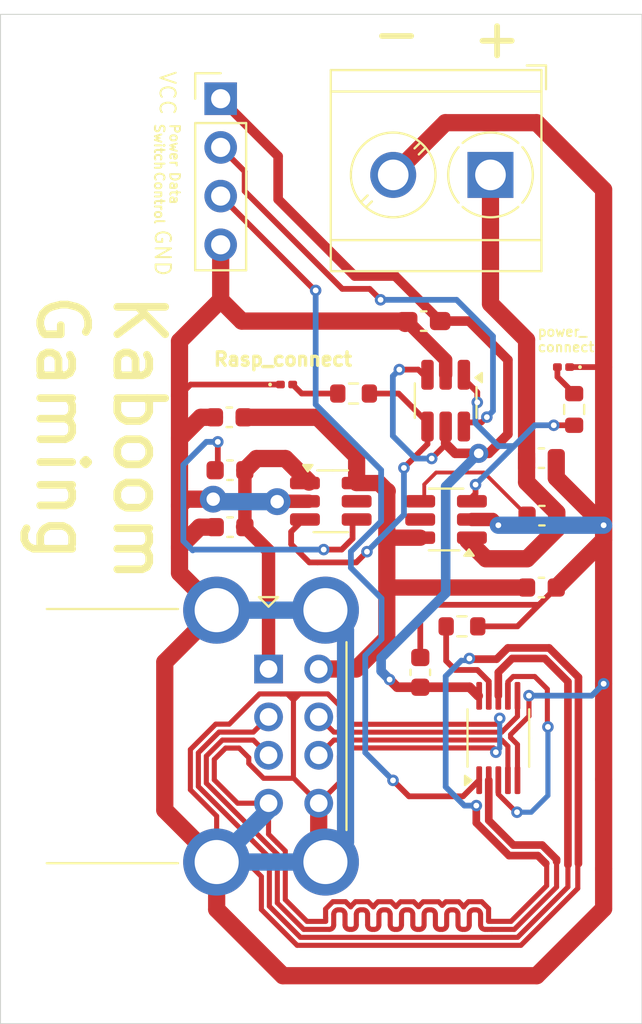
<source format=kicad_pcb>
(kicad_pcb (version 20240108) (generator "pcbnew") (generator_version "8.0")
  (layers (0 "F.Cu" signal) (31 "B.Cu" signal) (34 "B.Paste" user) (35 "F.Paste" user) (36 "B.SilkS" user "B.Silkscreen") (37 "F.SilkS" user "F.Silkscreen") (38 "B.Mask" user) (39 "F.Mask" user) (44 "Edge.Cuts" user))
  (net 0 "")
  (net 1 "GND")
  (net 2 "VCC")
  (net 3 "/rasp_vcc")
  (net 4 "Net-(U1-CT)")
  (net 5 "/dual_vcc")
  (net 6 "Net-(U9-CT)")
  (net 7 "/power")
  (net 8 "Net-(D1-A)")
  (net 9 "Net-(D2-A)")
  (net 10 "/rasp_power_switch")
  (net 11 "/data_control_pin")
  (net 12 "/dual_d+")
  (net 13 "/rasp_d-")
  (net 14 "/rasp_d+")
  (net 15 "/dual_d-")
  (net 16 "/power_connect")
  (net 17 "/rasp_connect")
  (net 18 "Net-(U4-~{OE})")
  (net 20 "Net-(U4-D2+)")
  (footprint "Capacitor_SMD:C_0603_1608Metric" (layer "F.Cu") (at 156.75 103.325)
    (property "Reference" "C14" (hide yes))
    (property "Value" "10u" (hide yes))
  )
  (footprint "LED_SMD:LED_0201_0603Metric" (layer "F.Cu") (at 143.44 92.735)
    (property "Reference" "D2" (hide yes))
    (property "Value" "LED" (hide yes))
  )
  (footprint "Capacitor_SMD:C_0603_1608Metric" (layer "F.Cu") (at 150.425 107.75 90)
    (property "Reference" "C6" (hide yes))
    (property "Value" "0.1u" (hide yes))
  )
  (footprint "Resistor_SMD:R_0603_1608Metric" (layer "F.Cu") (at 152.6 105.35)
    (property "Reference" "R3" (hide yes))
    (property "Value" "10k" (hide yes))
  )
  (footprint "Package_TO_SOT_SMD:SOT-23-6_Handsoldering" (layer "F.Cu") (at 151.77 99.775 180)
    (property "Reference" "U9" (hide yes))
    (property "Value" "TPS22917DBV" (hide yes))
  )
  (footprint "LED_SMD:LED_0201_0603Metric" (layer "F.Cu") (at 157.905 91.825 180)
    (property "Reference" "D1" (hide yes))
    (property "Value" "LED" (hide yes))
  )
  (footprint "Package_SO:VSSOP-10_3x3mm_P0.5mm" (layer "F.Cu") (at 154.5 111.175 90)
    (property "Reference" "U4" (hide yes))
    (property "Value" "TS3USB30EDGSR" (hide yes))
  )
  (footprint "Connector_PinHeader_2.54mm:PinHeader_1x04_P2.54mm_Vertical" (layer "F.Cu") (at 140 77.825)
    (property "Reference" "J1" (hide yes))
    (property "Value" "Conn_01x04_Pin" (hide yes))
  )
  (footprint "Capacitor_SMD:C_0603_1608Metric" (layer "F.Cu") (at 140.45 94.445 180)
    (property "Reference" "C13" (hide yes))
    (property "Value" "10u" (hide yes))
  )
  (footprint "Capacitor_SMD:C_0603_1608Metric_Pad1.08x0.95mm_HandSolder" (layer "F.Cu") (at 150.6 89.425)
    (property "Reference" "C8" (hide yes))
    (property "Value" "0.1u" (hide yes))
  )
  (footprint "Package_TO_SOT_SMD:SOT-23-6_Handsoldering" (layer "F.Cu") (at 151.75 93.575 -90)
    (property "Reference" "U3" (hide yes))
    (property "Value" "TS5A3159DBV" (hide yes))
  )
  (footprint "Package_TO_SOT_SMD:SOT-23-6_Handsoldering" (layer "F.Cu") (at 145.75 98.825)
    (property "Reference" "U1" (hide yes))
    (property "Value" "TPS22917DBV" (hide yes))
  )
  (footprint "Capacitor_SMD:C_0603_1608Metric" (layer "F.Cu") (at 156.775 99.575 180)
    (property "Reference" "C15" (hide yes))
    (property "Value" "10n" (hide yes))
  )
  (footprint "Capacitor_SMD:C_0603_1608Metric" (layer "F.Cu") (at 140.49 100.175 180)
    (property "Reference" "C1" (hide yes))
    (property "Value" "1u" (hide yes))
  )
  (footprint "TerminalBlock_CUI:TerminalBlock_CUI_TB007-508-02_1x02_P5.08mm_Horizontal" (layer "F.Cu") (at 154.09 81.8 180)
    (property "Reference" "J2" (hide yes))
    (property "Value" "Screw_Terminal_01x02" (hide yes))
  )
  (footprint "Capacitor_SMD:C_0603_1608Metric" (layer "F.Cu") (at 156.75 96.575)
    (property "Reference" "C16" (hide yes))
    (property "Value" "1u" (hide yes))
  )
  (footprint "Connector_USB:USB_A_CUI_UJ2-ADH-TH_Horizontal_Stacked" (layer "F.Cu") (at 142.5 107.575)
    (property "Reference" "J4" (hide yes))
    (property "Value" "USB_A_Stacked" (hide yes))
  )
  (footprint "Resistor_SMD:R_0603_1608Metric" (layer "F.Cu") (at 146.94 93.205 180)
    (property "Reference" "R2" (hide yes))
    (property "Value" "330" (hide yes))
  )
  (footprint "Resistor_SMD:R_0603_1608Metric" (layer "F.Cu") (at 158.46 94.035 -90)
    (property "Reference" "R1" (hide yes))
    (property "Value" "330" (hide yes))
  )
  (footprint "Capacitor_SMD:C_0603_1608Metric" (layer "F.Cu") (at 140.485 97.205 180)
    (property "Reference" "C3" (hide yes))
    (property "Value" "10n" (hide yes))
  )
  (gr_rect (start 128.5 73.425) (end 162 126.075) (stroke (width 0.05)) (fill none) (layer "Edge.Cuts"))
  (gr_text "Power\nSwitch" (at 136.5 79.075 -90) (layer "F.SilkS") (effects (font (size 0.5 0.5) (thickness 0.1)) (justify left bottom)))
  (gr_text "power_\nconnect" (at 156.5 91.075 0) (layer "F.SilkS") (effects (font (size 0.5 0.5) (thickness 0.1)) (justify left bottom)))
  (gr_text "Kaboom \nGaming" (at 130.25 87.825 270) (layer "F.SilkS") (effects (font (size 2.5 2.5) (thickness 0.4)) (justify left bottom)))
  (gr_text "-" (at 147.75 75.575 0) (layer "F.SilkS") (effects (font (size 2 2) (thickness 0.3)) (justify left bottom)))
  (gr_text "GND" (at 136.5 84.575 -90) (layer "F.SilkS") (effects (font (size 0.8 0.8) (thickness 0.1)) (justify left bottom)))
  (gr_text "+" (at 153 75.825 0) (layer "F.SilkS") (effects (font (size 2 2) (thickness 0.3)) (justify left bottom)))
  (gr_text "Data\nControl" (at 136.5 81.575 -90) (layer "F.SilkS") (effects (font (size 0.5 0.5) (thickness 0.1)) (justify left bottom)))
  (gr_text "VCC" (at 136.75 76.325 270) (layer "F.SilkS") (effects (font (size 0.8 0.8) (thickness 0.1)) (justify left bottom)))
  (gr_text "Rasp_connect" (at 139.55 91.825 0) (layer "F.SilkS") (effects (font (size 0.7 0.7) (thickness 0.175) (bold yes)) (justify left bottom)))
  (segment (start 155.5 105.35) (end 157.525 103.325) (width 0.3) (layer "F.Cu") (net 1))
  (segment (start 153.990849 120.739783) (end 153.990849 120.072149) (width 0.266) (layer "F.Cu") (net 1))
  (segment (start 157.025 118.877954) (end 155.161654 120.7413) (width 0.266) (layer "F.Cu") (net 1))
  (segment (start 143.991405 121.9893) (end 155.678595 121.9893) (width 0.266) (layer "F.Cu") (net 1))
  (segment (start 155.565206 110.570206) (end 155.565207 110.570206) (width 0.266) (layer "F.Cu") (net 1))
  (segment (start 154.37 111.813) (end 154.37 111.915) (width 0.266) (layer "F.Cu") (net 1))
  (segment (start 153.633237 119.714537) (end 152.937817 119.714537) (width 0.266) (layer "F.Cu") (net 1))
  (segment (start 139.79 117.645) (end 141.37 117.645) (width 0.266) (layer "F.Cu") (net 1))
  (segment (start 160 100.075) (end 160 100.85) (width 0.9) (layer "F.Cu") (net 1))
  (segment (start 143.374 117.066529) (end 142.953736 116.646265) (width 0.266) (layer "F.Cu") (net 1))
  (segment (start 144.6125 98.825) (end 142.97 98.825) (width 0.7) (layer "F.Cu") (net 1))
  (segment (start 150.081132 119.717364) (end 149.39499 119.717364) (width 0.266) (layer "F.Cu") (net 1))
  (segment (start 155.402707 110.732705) (end 155.565206 110.570206) (width 0.266) (layer "F.Cu") (net 1))
  (segment (start 138.9 100.175) (end 137.85 101.225) (width 0.9) (layer "F.Cu") (net 1))
  (segment (start 142.025 108.875) (end 140.449 110.451) (width 0.266) (layer "F.Cu") (net 1))
  (segment (start 146.524325 119.71349) (end 145.858864 119.71349) (width 0.266) (layer "F.Cu") (net 1))
  (segment (start 145.478971 120.093383) (end 145.478971 120.540499) (width 0.266) (layer "F.Cu") (net 1))
  (segment (start 158.684 108.006182) (end 157.152818 106.475) (width 0.4) (layer "F.Cu") (net 1))
  (segment (start 158.65 119.017895) (end 158.65 117.759) (width 0.266) (layer "F.Cu") (net 1))
  (segment (start 143.12 92.735) (end 138.43 92.735) (width 0.3) (layer "F.Cu") (net 1))
  (segment (start 139.675 94.445) (end 138.96 94.445) (width 0.9) (layer "F.Cu") (net 1))
  (segment (start 139.666 113.35853) (end 140.88247 114.575) (width 0.266) (layer "F.Cu") (net 1))
  (segment (start 142.953736 116.646265) (end 142.953735 116.646265) (width 0.266) (layer "F.Cu") (net 1))
  (segment (start 160 120.075) (end 160 118) (width 0.9) (layer "F.Cu") (net 1))
  (segment (start 154.411091 107.061091) (end 153.026091 107.061091) (width 0.4) (layer "F.Cu") (net 1))
  (segment (start 153.026091 107.061091) (end 152.99 107.025) (width 0.4) (layer "F.Cu") (net 1))
  (segment (start 155.565207 110.570206) (end 156.099999 110.035414) (width 0.266) (layer "F.Cu") (net 1))
  (segment (start 158.225 91.825) (end 160 91.825) (width 0.3) (layer "F.Cu") (net 1))
  (segment (start 140.25847 111.699) (end 139.666 112.29147) (width 0.266) (layer "F.Cu") (net 1))
  (segment (start 143.8 113.275) (end 143.8 109.2) (width 0.266) (layer "F.Cu") (net 1))
  (segment (start 140.107099 117.327901) (end 139.79 117.645) (width 0.2) (layer "F.Cu") (net 1))
  (segment (start 146.632 111.693) (end 154.25 111.693) (width 0.266) (layer "F.Cu") (net 1))
  (segment (start 154.45 110.457) (end 146.607 110.457) (width 0.266) (layer "F.Cu") (net 1))
  (segment (start 157.525 103.325) (end 156.625 104.225) (width 0.3) (layer "F.Cu") (net 1))
  (segment (start 145.485064 120.7413) (end 144.508346 120.7413) (width 0.266) (layer "F.Cu") (net 1))
  (segment (start 160 91.825) (end 160 100.075) (width 0.9) (layer "F.Cu") (net 1))
  (segment (start 147.97141 119.982606) (end 147.703341 119.714537) (width 0.266) (layer "F.Cu") (net 1))
  (segment (start 153.12 99.775) (end 154.2 99.775) (width 0.7) (layer "F.Cu") (net 1))
  (segment (start 148.028953 119.903401) (end 147.97141 119.982606) (width 0.266) (layer "F.Cu") (net 1))
  (segment (start 156.5 123.575) (end 160 120.075) (width 0.9) (layer "F.Cu") (net 1))
  (segment (start 154.997182 106.475) (end 154.411091 107.061091) (width 0.4) (layer "F.Cu") (net 1))
  (segment (start 139.79 115.24747) (end 139.79 117.645) (width 0.266) (layer "F.Cu") (net 1))
  (segment (start 155.140206 110.995207) (end 155.402707 110.732705) (width 0.266) (layer "F.Cu") (net 1))
  (segment (start 151.75499 119.717364) (end 151.568953 119.903401) (width 0.266) (layer "F.Cu") (net 1))
  (segment (start 152.937817 119.714537) (end 152.748953 119.903401) (width 0.266) (layer "F.Cu") (net 1))
  (segment (start 154.2 99.775) (end 154.5 100.075) (width 0.7) (layer "F.Cu") (net 1))
  (segment (start 145.858864 119.71349) (end 145.478971 120.093383) (width 0.266) (layer "F.Cu") (net 1))
  (segment (start 160 113.325) (end 160 108.345) (width 0.9) (layer "F.Cu") (net 1))
  (segment (start 155.161654 120.7413) (end 155.160137 120.739783) (width 0.266) (layer "F.Cu") (net 1))
  (segment (start 143.25 123.575) (end 156.5 123.575) (width 0.9) (layer "F.Cu") (net 1))
  (segment (start 143.8 113.275) (end 142.239117 113.275) (width 0.266) (layer "F.Cu") (net 1))
  (segment (start 160 100.85) (end 157.525 103.325) (width 0.9) (layer "F.Cu") (net 1))
  (segment (start 155.678595 121.9893) (end 158.65 119.017895) (width 0.266) (layer "F.Cu") (net 1))
  (segment (start 145.485064 120.546803) (end 145.485064 120.7413) (width 0.266) (layer "F.Cu") (net 1))
  (segment (start 137.85 99.055) (end 137.85 101.225) (width 0.9) (layer "F.Cu") (net 1))
  (segment (start 156.625 104.225) (end 151.025 104.225) (width 0.3) (layer "F.Cu") (net 1))
  (segment (start 141.37 117.645) (end 142.126 118.401) (width 0.266) (layer "F.Cu") (net 1))
  (segment (start 140.88247 114.575) (end 142.5 114.575) (width 0.266) (layer "F.Cu") (net 1))
  (segment (start 155.055182 117.308) (end 156.563248 117.308) (width 0.4) (layer "F.Cu") (net 1))
  (segment (start 145.12 114.575) (end 146.2 113.495) (width 0.266) (layer "F.Cu") (net 1))
  (segment (start 151.38356 119.718008) (end 150.574346 119.718008) (width 0.266) (layer "F.Cu") (net 1))
  (segment (start 153.990849 120.072149) (end 153.633237 119.714537) (width 0.266) (layer "F.Cu") (net 1))
  (segment (start 145.12 114.575) (end 143.82 113.275) (width 0.266) (layer "F.Cu") (net 1))
  (segment (start 138.19 98.715) (end 137.85 99.055) (width 0.9) (layer "F.Cu") (net 1))
  (segment (start 138.96 94.445) (end 137.85 95.555) (width 0.9) (layer "F.Cu") (net 1))
  (segment (start 140 88.325) (end 137.85 90.475) (width 0.9) (layer "F.Cu") (net 1))
  (segment (start 153.425 105.35) (end 155.5 105.35) (width 0.3) (layer "F.Cu") (net 1))
  (segment (start 157.525 96.575) (end 157.525 97.6) (width 0.9) (layer "F.Cu") (net 1))
  (segment (start 141.1 89.425) (end 140 88.325) (width 0.9) (layer "F.Cu") (net 1))
  (segment (start 137.08 114.935) (end 137.08 107.215) (width 0.9) (layer "F.Cu") (net 1))
  (segment (start 160 118) (end 160 113.325) (width 0.9) (layer "F.Cu") (net 1))
  (segment (start 152.441132 119.717364) (end 151.75499 119.717364) (width 0.266) (layer "F.Cu") (net 1))
  (segment (start 150.337707 119.973939) (end 150.081132 119.717364) (width 0.266) (layer "F.Cu") (net 1))
  (segment (start 149.157707 119.973939) (end 148.899288 119.71552) (width 0.266) (layer "F.Cu") (net 1))
  (segment (start 143.374 119.606954) (end 143.374 117.066529) (width 0.266) (layer "F.Cu") (net 1))
  (segment (start 139.741529 110.451) (end 138.418 111.774529) (width 0.266) (layer "F.Cu") (net 1))
  (segment (start 139.715 100.175) (end 138.9 100.175) (width 0.9) (layer "F.Cu") (net 1))
  (segment (start 154.45 110.272614) (end 154.45 110.457) (width 0.266) (layer "F.Cu") (net 1))
  (segment (start 151.568953 119.903401) (end 151.38356 119.718008) (width 0.266) (layer "F.Cu") (net 1))
  (segment (start 140.964 111.699) (end 140.25847 111.699) (width 0.266) (layer "F.Cu") (net 1))
  (segment (start 149.72142 89.425) (end 151.75 91.45358) (width 0.7) (layer "F.Cu") (net 1))
  (segment (start 141.467 112.502883) (end 141.467 112.202) (width 0.266) (layer "F.Cu") (net 1))
  (segment (start 156.099999 110.035414) (end 156.099999 108.965) (width 0.266) (layer "F.Cu") (net 1))
  (segment (start 145.12 114.575) (end 145.12 117.295) (width 0.9) (layer "F.Cu") (net 1))
  (segment (start 155.52 113.395) (end 155.5 113.375) (width 0.2) (layer "F.Cu") (net 1))
  (segment (start 145.12 117.295) (end 145.47 117.645) (width 0.9) (layer "F.Cu") (net 1))
  (segment (start 141.467 112.202) (end 140.964 111.699) (width 0.266) (layer "F.Cu") (net 1))
  (segment (start 142.97 98.825) (end 142.95 98.845) (width 0.7) (layer "F.Cu") (net 1))
  (segment (start 142.953735 116.646265) (end 142.5 116.19253) (width 0.266) (layer "F.Cu") (net 1))
  (segment (start 142.239117 113.275) (end 141.467 112.502883) (width 0.266) (layer "F.Cu") (net 1))
  (segment (start 139.79 117.645) (end 139.79 120.115) (width 0.9) (layer "F.Cu") (net 1))
  (segment (start 151.735 79.075) (end 149.01 81.8) (width 0.9) (layer "F.Cu") (net 1))
  (segment (start 146.848953 119.903401) (end 146.792265 119.98143) (width 0.266) (layer "F.Cu") (net 1))
  (segment (start 140.449 110.451) (end 139.741529 110.451) (width 0.266) (layer "F.Cu") (net 1))
  (segment (start 149.6375 89.425) (end 149.72142 89.425) (width 0.7) (layer "F.Cu") (net 1))
  (segment (start 154.25 111.693) (end 154.37 111.813) (width 0.266) (layer "F.Cu") (net 1))
  (segment (start 137.85 90.475) (end 137.85 93.315) (width 0.9) (layer "F.Cu") (net 1))
  (segment (start 147.037817 119.714537) (end 146.848953 119.903401) (width 0.266) (layer "F.Cu") (net 1))
  (segment (start 142.126 118.401) (end 142.126 120.123895) (width 0.266) (layer "F.Cu") (net 1))
  (segment (start 145.6 108.875) (end 144.125 108.875) (width 0.266) (layer "F.Cu") (net 1))
  (segment (start 152.748953 119.903401) (end 152.688037 119.98725) (width 0.266) (layer "F.Cu") (net 1))
  (segment (start 150.574346 119.718008) (end 150.388953 119.903401) (width 0.266) (layer "F.Cu") (net 1))
  (segment (start 137.85 102.565) (end 139.79 104.505) (width 0.9) (layer "F.Cu") (net 1))
  (segment (start 147.703341 119.714537) (end 147.037817 119.714537) (width 0.266) (layer "F.Cu") (net 1))
  (segment (start 152.62696 119.903192) (end 152.441132 119.717364) (width 0.266) (layer "F.Cu") (net 1))
  (segment (start 148.899288 119.71552) (end 148.216834 119.71552) (width 0.266) (layer "F.Cu") (net 1))
  (segment (start 150.388953 119.903401) (end 150.337707 119.973939) (width 0.266) (layer "F.Cu") (net 1))
  (segment (start 146.2 112.125) (end 146.632 111.693) (width 0.266) (layer "F.Cu") (net 1))
  (segment (start 156.563248 117.308) (end 156.977624 117.722376) (width 0.4) (layer "F.Cu") (net 1))
  (segment (start 140 88.325) (end 140 85.445) (width 0.9) (layer "F.Cu") (net 1))
  (segment (start 139.666 112.29147) (end 139.666 113.35853) (width 0.266) (layer "F.Cu") (net 1))
  (segment (start 144.125 108.875) (end 143.125 108.875) (width 0.266) (layer "F.Cu") (net 1))
  (segment (start 144.508346 120.7413) (end 143.374 119.606954) (width 0.266) (layer "F.Cu") (net 1))
  (segment (start 151.025 104.225) (end 150.425 104.825) (width 0.3) (layer "F.Cu") (net 1))
  (segment (start 143.8 109.2) (end 144.125 108.875) (width 0.266) (layer "F.Cu") (net 1))
  (segment (start 146.2 109.475) (end 145.6 108.875) (width 0.266) (layer "F.Cu") (net 1))
  (segment (start 146.607 110.457) (end 146.2 110.05) (width 0.266) (layer "F.Cu") (net 1))
  (segment (start 141.1 89.425) (end 149.7375 89.425) (width 0.9) (layer "F.Cu") (net 1))
  (segment (start 158.684 108.006182) (end 158.684 117.725) (width 0.4) (layer "F.Cu") (net 1))
  (segment (start 142.126 120.123895) (end 143.991405 121.9893) (width 0.266) (layer "F.Cu") (net 1))
  (segment (start 157.025 117.675) (end 157.025 118.877954) (width 0.266) (layer "F.Cu") (net 1))
  (segment (start 137.85 95.555) (end 137.85 99.055) (width 0.9) (layer "F.Cu") (net 1))
  (segment (start 152.688037 119.98725) (end 152.62696 119.903192) (width 0.266) (layer "F.Cu") (net 1))
  (segment (start 146.2 110.05) (end 146.2 109.475) (width 0.266) (layer "F.Cu") (net 1))
  (segment (start 143.8 109.2) (end 143.475 108.875) (width 0.266) (layer "F.Cu") (net 1))
  (segment (start 157.152818 106.475) (end 154.997182 106.475) (width 0.4) (layer "F.Cu") (net 1))
  (segment (start 156.5 79.075) (end 151.735 79.075) (width 0.9) (layer "F.Cu") (net 1))
  (segment (start 143.475 108.875) (end 143.125 108.875) (width 0.266) (layer "F.Cu") (net 1))
  (segment (start 160 82.575) (end 156.5 79.075) (width 0.9) (layer "F.Cu") (net 1))
  (segment (start 155.160137 120.739783) (end 153.990849 120.739783) (width 0.266) (layer "F.Cu") (net 1))
  (segment (start 153.35 115.602818) (end 155.055182 117.308) (width 0.4) (layer "F.Cu") (net 1))
  (segment (start 145.478971 120.540499) (end 145.485064 120.546803) (width 0.266) (layer "F.Cu") (net 1))
  (segment (start 137.85 101.225) (end 137.85 102.565) (width 0.9) (layer "F.Cu") (net 1))
  (segment (start 143.125 108.875) (end 142.025 108.875) (width 0.266) (layer "F.Cu") (net 1))
  (segment (start 139.61 98.715) (end 138.19 98.715) (width 0.9) (layer "F.Cu") (net 1))
  (segment (start 138.418 113.87547) (end 139.79 115.24747) (width 0.266) (layer "F.Cu") (net 1))
  (segment (start 149.208953 119.903401) (end 149.157707 119.973939) (width 0.266) (layer "F.Cu") (net 1))
  (segment (start 137.08 107.215) (end 139.79 104.505) (width 0.9) (layer "F.Cu") (net 1))
  (segment (start 146.792265 119.98143) (end 146.524325 119.71349) (width 0.266) (layer "F.Cu") (net 1))
  (segment (start 146.2 113.495) (end 146.2 112.125) (width 0.266) (layer "F.Cu") (net 1))
  (segment (start 155.5 111.514588) (end 155.140206 111.154794) (width 0.266) (layer "F.Cu") (net 1))
  (segment (start 151.75 91.45358) (end 151.75 92.225) (width 0.7) (layer "F.Cu") (net 1))
  (segment (start 138.418 111.774529) (end 138.418 113.87547) (width 0.266) (layer "F.Cu") (net 1))
  (segment (start 160 108.345) (end 160 100.075) (width 0.9) (layer "F.Cu") (net 1))
  (segment (start 139.79 117.645) (end 137.08 114.935) (width 0.9) (layer "F.Cu") (net 1))
  (segment (start 139.79 120.115) (end 143.25 123.575) (width 0.9) (layer "F.Cu") (net 1))
  (segment (start 150.425 104.825) (end 150.425 106.975) (width 0.3) (layer "F.Cu") (net 1))
  (segment (start 148.216834 119.71552) (end 148.028953 119.903401) (width 0.266) (layer "F.Cu") (net 1))
  (segment (start 155.5 113.375) (end 155.5 111.514588) (width 0.266) (layer "F.Cu") (net 1))
  (segment (start 143.82 113.275) (end 143.8 113.275) (width 0.266) (layer "F.Cu") (net 1))
  (segment (start 149.39499 119.717364) (end 149.208953 119.903401) (width 0.266) (layer "F.Cu") (net 1))
  (segment (start 154.572615 110.149999) (end 154.45 110.272614) (width 0.266) (layer "F.Cu") (net 1))
  (segment (start 137.85 93.315) (end 137.85 95.555) (width 0.9) (layer "F.Cu") (net 1))
  (segment (start 155.140206 111.154794) (end 155.140206 110.995207) (width 0.266) (layer "F.Cu") (net 1))
  (segment (start 138.43 92.735) (end 137.85 93.315) (width 0.3) (layer "F.Cu") (net 1))
  (segment (start 157.525 97.6) (end 160 100.075) (width 0.9) (layer "F.Cu") (net 1))
  (segment (start 142.5 116.19253) (end 142.5 114.575) (width 0.266) (layer "F.Cu") (net 1))
  (segment (start 158.65 117.759) (end 158.684 117.725) (width 0.266) (layer "F.Cu") (net 1))
  (segment (start 153.35 114.7) (end 153.35 115.602818) (width 0.4) (layer "F.Cu") (net 1))
  (segment (start 160 91.825) (end 160 82.575) (width 0.9) (layer "F.Cu") (net 1))
  (segment (start 149.6375 89.425) (end 149.6375 89.547684) (width 0.9) (layer "F.Cu") (net 1))
  (via (at 153.35 114.7) (size 0.6) (drill 0.3) (layers "F.Cu" "B.Cu") (net 1))
  (via (at 154.572615 110.149999) (size 0.6) (drill 0.3) (layers "F.Cu" "B.Cu") (net 1))
  (via (at 152.99 107.025) (size 0.6) (drill 0.3) (layers "F.Cu" "B.Cu") (net 1))
  (via (at 139.61 98.715) (size 1.4) (drill 0.7) (layers "F.Cu" "B.Cu") (net 1))
  (via (at 156.099999 108.965) (size 0.6) (drill 0.3) (layers "F.Cu" "B.Cu") (net 1))
  (via (at 154.37 111.915) (size 0.6) (drill 0.3) (layers "F.Cu" "B.Cu") (net 1))
  (via (at 160 100.075) (size 0.6) (drill 0.3) (layers "F.Cu" "B.Cu") (net 1))
  (via (at 154.5 100.075) (size 0.6) (drill 0.3) (layers "F.Cu" "B.Cu") (net 1))
  (via (at 160 108.345) (size 0.6) (drill 0.3) (layers "F.Cu" "B.Cu") (net 1))
  (via (at 142.95 98.845) (size 1.4) (drill 0.7) (layers "F.Cu" "B.Cu") (net 1))
  (segment (start 146.52 116.595) (end 145.47 117.645) (width 0.9) (layer "B.Cu") (net 1))
  (segment (start 142.5 114.575) (end 142.5 114.935) (width 0.9) (layer "B.Cu") (net 1))
  (segment (start 142.5 114.935) (end 139.79 117.645) (width 0.9) (layer "B.Cu") (net 1))
  (segment (start 145.12 117.295) (end 145.47 117.645) (width 0.2658) (layer "B.Cu") (net 1))
  (segment (start 152.725 114.7) (end 151.75 113.725) (width 0.3) (layer "B.Cu") (net 1))
  (segment (start 154.5 100.075) (end 160 100.075) (width 0.9) (layer "B.Cu") (net 1))
  (segment (start 146.52 105.555) (end 146.52 116.595) (width 0.9) (layer "B.Cu") (net 1))
  (segment (start 153.35 114.7) (end 152.725 114.7) (width 0.3) (layer "B.Cu") (net 1))
  (segment (start 142.95 98.845) (end 139.74 98.845) (width 0.9) (layer "B.Cu") (net 1))
  (segment (start 145.47 104.505) (end 146.52 105.555) (width 0.9) (layer "B.Cu") (net 1))
  (segment (start 154.572615 110.149999) (end 154.572615 111.712385) (width 0.266) (layer "B.Cu") (net 1))
  (segment (start 156.099999 108.965) (end 159.38 108.965) (width 0.3) (layer "B.Cu") (net 1))
  (segment (start 152.567 107.133) (end 152.882 107.133) (width 0.266) (layer "B.Cu") (net 1))
  (segment (start 145.47 104.505) (end 139.79 104.505) (width 0.9) (layer "B.Cu") (net 1))
  (segment (start 139.74 98.845) (end 139.61 98.715) (width 0.9) (layer "B.Cu") (net 1))
  (segment (start 145.47 117.645) (end 139.79 117.645) (width 0.9) (layer "B.Cu") (net 1))
  (segment (start 151.75 107.95) (end 152.567 107.133) (width 0.3) (layer "B.Cu") (net 1))
  (segment (start 159.38 108.965) (end 160 108.345) (width 0.3) (layer "B.Cu") (net 1))
  (segment (start 154.572615 111.712385) (end 154.37 111.915) (width 0.266) (layer "B.Cu") (net 1))
  (segment (start 152.882 107.133) (end 152.99 107.025) (width 0.266) (layer "B.Cu") (net 1))
  (segment (start 151.75 113.725) (end 151.75 107.95) (width 0.3) (layer "B.Cu") (net 1))
  (segment (start 154 96.325) (end 155 95.325) (width 0.5) (layer "F.Cu") (net 2))
  (segment (start 150.425 108.525) (end 149.22 108.525) (width 0.5) (layer "F.Cu") (net 2))
  (segment (start 153.475 96.325) (end 152.25 96.325) (width 0.5) (layer "F.Cu") (net 2))
  (segment (start 152.25 96.325) (end 151.75 95.825) (width 0.5) (layer "F.Cu") (net 2))
  (segment (start 153.475 96.325) (end 154 96.325) (width 0.5) (layer "F.Cu") (net 2))
  (segment (start 153.45 108.975) (end 153 108.525) (width 0.5) (layer "F.Cu") (net 2))
  (segment (start 152.975 89.425) (end 151.4625 89.425) (width 0.5) (layer "F.Cu") (net 2))
  (segment (start 155 95.325) (end 155 91.45) (width 0.5) (layer "F.Cu") (net 2))
  (segment (start 151.75 95.865) (end 151.75 94.7125) (width 0.3) (layer "F.Cu") (net 2))
  (segment (start 151.02 96.595) (end 151.75 95.865) (width 0.3) (layer "F.Cu") (net 2))
  (segment (start 140 77.825) (end 143 80.825) (width 0.5) (layer "F.Cu") (net 2))
  (segment (start 149.22 108.525) (end 148.82 108.125) (width 0.5) (layer "F.Cu") (net 2))
  (segment (start 155 91.45) (end 152.975 89.425) (width 0.5) (layer "F.Cu") (net 2))
  (segment (start 151.75 95.825) (end 151.75 94.7125) (width 0.5) (layer "F.Cu") (net 2))
  (segment (start 149.1125 87.075) (end 151.4625 89.425) (width 0.5) (layer "F.Cu") (net 2))
  (segment (start 150.3175 91.955) (end 149.33 91.955) (width 0.3) (layer "F.Cu") (net 2))
  (segment (start 143 80.825) (end 143 83.075) (width 0.5) (layer "F.Cu") (net 2))
  (segment (start 147 87.075) (end 149.1125 87.075) (width 0.5) (layer "F.Cu") (net 2))
  (segment (start 153 108.525) (end 150.425 108.525) (width 0.5) (layer "F.Cu") (net 2))
  (segment (start 143 83.075) (end 147 87.075) (width 0.5) (layer "F.Cu") (net 2))
  (segment (start 150.8 92.4375) (end 150.3175 91.955) (width 0.3) (layer "F.Cu") (net 2))
  (via (at 148.82 108.125) (size 0.6) (drill 0.3) (layers "F.Cu" "B.Cu") (net 2))
  (via (at 151.02 96.595) (size 0.6) (drill 0.3) (layers "F.Cu" "B.Cu") (net 2))
  (via (at 149.33 91.955) (size 0.6) (drill 0.3) (layers "F.Cu" "B.Cu") (net 2))
  (via (at 153.475 96.325) (size 1) (drill 0.5) (layers "F.Cu" "B.Cu") (net 2))
  (segment (start 148.99 95.415) (end 150.17 96.595) (width 0.3) (layer "B.Cu") (net 2))
  (segment (start 151.75 103.625) (end 148.38 106.995) (width 0.5) (layer "B.Cu") (net 2))
  (segment (start 150.17 96.595) (end 151.02 96.595) (width 0.3) (layer "B.Cu") (net 2))
  (segment (start 151.75 98.05) (end 151.75 103.625) (width 0.5) (layer "B.Cu") (net 2))
  (segment (start 148.38 106.995) (end 148.38 107.685) (width 0.5) (layer "B.Cu") (net 2))
  (segment (start 153.475 96.325) (end 151.75 98.05) (width 0.5) (layer "B.Cu") (net 2))
  (segment (start 148.38 107.685) (end 148.82 108.125) (width 0.5) (layer "B.Cu") (net 2))
  (segment (start 149.33 91.955) (end 148.99 92.295) (width 0.3) (layer "B.Cu") (net 2))
  (segment (start 148.99 92.295) (end 148.99 95.415) (width 0.3) (layer "B.Cu") (net 2))
  (segment (start 143.3825 96.595) (end 144.6125 97.825) (width 0.9) (layer "F.Cu") (net 3))
  (segment (start 142.5 101.41) (end 142.5 107.575) (width 0.7) (layer "F.Cu") (net 3))
  (segment (start 141.265 100.175) (end 141.265 97.21) (width 0.7) (layer "F.Cu") (net 3))
  (segment (start 141.265 97.21) (end 141.26 97.205) (width 0.9) (layer "F.Cu") (net 3))
  (segment (start 141.245 100.155) (end 141.265 100.175) (width 0.9) (layer "F.Cu") (net 3))
  (segment (start 141.26 97.205) (end 141.87 96.595) (width 0.9) (layer "F.Cu") (net 3))
  (segment (start 141.265 100.175) (end 142.5 101.41) (width 0.7) (layer "F.Cu") (net 3))
  (segment (start 141.87 96.595) (end 143.3825 96.595) (width 0.9) (layer "F.Cu") (net 3))
  (segment (start 141.275 97.35) (end 141.25 97.325) (width 0.7) (layer "F.Cu") (net 3))
  (segment (start 146.66 101.005) (end 146.32 101.345) (width 0.3) (layer "F.Cu") (net 4))
  (segment (start 146.8875 99.775) (end 146.8875 100.7775) (width 0.3) (layer "F.Cu") (net 4))
  (segment (start 139.85 95.725) (end 139.85 97.065) (width 0.3) (layer "F.Cu") (net 4))
  (segment (start 146.32 101.345) (end 145.38 101.345) (width 0.3) (layer "F.Cu") (net 4))
  (segment (start 139.85 97.065) (end 139.71 97.205) (width 0.3) (layer "F.Cu") (net 4))
  (segment (start 146.8875 100.7775) (end 146.66 101.005) (width 0.3) (layer "F.Cu") (net 4))
  (via (at 139.85 95.725) (size 0.6) (drill 0.3) (layers "F.Cu" "B.Cu") (net 4))
  (via (at 145.38 101.345) (size 0.6) (drill 0.3) (layers "F.Cu" "B.Cu") (net 4))
  (segment (start 145.38 101.345) (end 138.58 101.345) (width 0.3) (layer "B.Cu") (net 4))
  (segment (start 138.05 100.895) (end 138.05 97.985) (width 0.3) (layer "B.Cu") (net 4))
  (segment (start 138.58 101.345) (end 138.54 101.385) (width 0.3) (layer "B.Cu") (net 4))
  (segment (start 138.54 101.385) (end 138.05 100.895) (width 0.3) (layer "B.Cu") (net 4))
  (segment (start 138.05 97.985) (end 138.05 96.925) (width 0.3) (layer "B.Cu") (net 4))
  (segment (start 139.25 95.725) (end 139.85 95.725) (width 0.3) (layer "B.Cu") (net 4))
  (segment (start 138.05 96.925) (end 139.25 95.725) (width 0.3) (layer "B.Cu") (net 4))
  (segment (start 148.7 100.725) (end 148.675 100.7) (width 0.85) (layer "F.Cu") (net 5))
  (segment (start 148.675 103.325) (end 148.675 100.7) (width 0.9) (layer "F.Cu") (net 5))
  (segment (start 147.1 96.475) (end 147.1 97.85) (width 0.9) (layer "F.Cu") (net 5))
  (segment (start 147.075 107.575) (end 148.675 105.975) (width 0.9) (layer "F.Cu") (net 5))
  (segment (start 148.275 97.875) (end 148.7 98.3) (width 0.85) (layer "F.Cu") (net 5))
  (segment (start 145.07 94.445) (end 147.1 96.475) (width 0.9) (layer "F.Cu") (net 5))
  (segment (start 150.42 100.725) (end 148.7 100.725) (width 0.85) (layer "F.Cu") (net 5))
  (segment (start 141.225 94.445) (end 145.07 94.445) (width 0.9) (layer "F.Cu") (net 5))
  (segment (start 148.675 100.7) (end 148.675 98.325) (width 0.9) (layer "F.Cu") (net 5))
  (segment (start 148.675 105.975) (end 148.675 103.325) (width 0.9) (layer "F.Cu") (net 5))
  (segment (start 148.675 98.325) (end 148.7 98.3) (width 0.9) (layer "F.Cu") (net 5))
  (segment (start 145.12 107.575) (end 147.075 107.575) (width 0.9) (layer "F.Cu") (net 5))
  (segment (start 147.1 97.875) (end 148.275 97.875) (width 0.85) (layer "F.Cu") (net 5))
  (segment (start 155.975 103.325) (end 148.675 103.325) (width 0.85) (layer "F.Cu") (net 5))
  (segment (start 151.25 97.325) (end 153.75 97.325) (width 0.2) (layer "F.Cu") (net 6))
  (segment (start 150.6325 98.825) (end 150.6325 97.9425) (width 0.2) (layer "F.Cu") (net 6))
  (segment (start 150.6325 97.9425) (end 151.25 97.325) (width 0.2) (layer "F.Cu") (net 6))
  (segment (start 153.75 97.325) (end 156 99.575) (width 0.2) (layer "F.Cu") (net 6))
  (segment (start 155.975 97.831328) (end 157.55 99.406328) (width 0.9) (layer "F.Cu") (net 7))
  (segment (start 157.55 99.575) (end 157.55 100.275) (width 0.9) (layer "F.Cu") (net 7))
  (segment (start 157.55 100.275) (end 156 101.825) (width 0.9) (layer "F.Cu") (net 7))
  (segment (start 155.975 96.575) (end 155.975 97.075) (width 0.9) (layer "F.Cu") (net 7))
  (segment (start 155.975 90.405) (end 154.09 88.52) (width 0.9) (layer "F.Cu") (net 7))
  (segment (start 154.09 88.52) (end 154.09 81.8) (width 0.9) (layer "F.Cu") (net 7))
  (segment (start 155.975 90.405) (end 155.975 97.075) (width 0.9) (layer "F.Cu") (net 7))
  (segment (start 153.8575 101.825) (end 152.9075 100.875) (width 0.9) (layer "F.Cu") (net 7))
  (segment (start 155.975 97.075) (end 155.975 97.831328) (width 0.9) (layer "F.Cu") (net 7))
  (segment (start 156 101.825) (end 153.8575 101.825) (width 0.9) (layer "F.Cu") (net 7))
  (segment (start 157.55 99.406328) (end 157.55 99.575) (width 0.9) (layer "F.Cu") (net 7))
  (segment (start 157.585 92.335) (end 158.46 93.21) (width 0.3) (layer "F.Cu") (net 8))
  (segment (start 157.585 91.825) (end 157.585 92.335) (width 0.3) (layer "F.Cu") (net 8))
  (segment (start 146.115 93.205) (end 144.23 93.205) (width 0.3) (layer "F.Cu") (net 9))
  (segment (start 144.23 93.205) (end 143.76 92.735) (width 0.3) (layer "F.Cu") (net 9))
  (segment (start 147.78 87.745) (end 148.35 88.315) (width 0.3) (layer "F.Cu") (net 10))
  (segment (start 141.25 81.615) (end 141.25 82.645) (width 0.3) (layer "F.Cu") (net 10))
  (segment (start 146.35 87.745) (end 147.78 87.745) (width 0.3) (layer "F.Cu") (net 10))
  (segment (start 141.25 82.645) (end 146.35 87.745) (width 0.3) (layer "F.Cu") (net 10))
  (segment (start 140.25 80.455) (end 140.25 80.825) (width 0.2) (layer "F.Cu") (net 10))
  (segment (start 153.9 94.435) (end 153.6225 94.7125) (width 0.3) (layer "F.Cu") (net 10))
  (segment (start 140 80.365) (end 141.25 81.615) (width 0.3) (layer "F.Cu") (net 10))
  (segment (start 153.6225 94.7125) (end 152.7 94.7125) (width 0.3) (layer "F.Cu") (net 10))
  (via (at 148.35 88.315) (size 0.6) (drill 0.3) (layers "F.Cu" "B.Cu") (net 10))
  (via (at 153.9 94.435) (size 0.6) (drill 0.3) (layers "F.Cu" "B.Cu") (net 10))
  (segment (start 148.35 88.315) (end 152.32 88.315) (width 0.3) (layer "B.Cu") (net 10))
  (segment (start 154.22 94.115) (end 153.9 94.435) (width 0.3) (layer "B.Cu") (net 10))
  (segment (start 154.22 90.215) (end 154.22 94.115) (width 0.3) (layer "B.Cu") (net 10))
  (segment (start 152.32 88.315) (end 154.22 90.215) (width 0.3) (layer "B.Cu") (net 10))
  (segment (start 140 82.905) (end 144.92 87.825) (width 0.3) (layer "F.Cu") (net 11))
  (segment (start 144.92 87.825) (end 144.96 87.825) (width 0.3) (layer "F.Cu") (net 11))
  (segment (start 152.6581 114.2169) (end 153.5 113.375) (width 0.3) (layer "F.Cu") (net 11))
  (segment (start 149 113.385) (end 149.8319 114.2169) (width 0.3) (layer "F.Cu") (net 11))
  (segment (start 140.25 82.995) (end 140.25 83.075) (width 0.2) (layer "F.Cu") (net 11))
  (segment (start 149.8319 114.2169) (end 152.6581 114.2169) (width 0.3) (layer "F.Cu") (net 11))
  (via (at 144.96 87.825) (size 0.6) (drill 0.3) (layers "F.Cu" "B.Cu") (net 11))
  (via (at 149 113.385) (size 0.6) (drill 0.3) (layers "F.Cu" "B.Cu") (net 11))
  (segment (start 148.4 103.895) (end 148.4 106.015) (width 0.3) (layer "B.Cu") (net 11))
  (segment (start 144.96 93.775) (end 148.38 97.195) (width 0.3) (layer "B.Cu") (net 11))
  (segment (start 147.55 111.935) (end 149 113.385) (width 0.3) (layer "B.Cu") (net 11))
  (segment (start 144.96 87.825) (end 144.96 93.775) (width 0.3) (layer "B.Cu") (net 11))
  (segment (start 146.8 102.295) (end 148.4 103.895) (width 0.3) (layer "B.Cu") (net 11))
  (segment (start 148.4 106.015) (end 147.55 106.865) (width 0.3) (layer "B.Cu") (net 11))
  (segment (start 148.38 99.866471) (end 146.8 101.446471) (width 0.3) (layer "B.Cu") (net 11))
  (segment (start 148.38 97.195) (end 148.38 99.866471) (width 0.3) (layer "B.Cu") (net 11))
  (segment (start 146.8 101.446471) (end 146.8 102.295) (width 0.3) (layer "B.Cu") (net 11))
  (segment (start 147.55 106.865) (end 147.55 111.935) (width 0.3) (layer "B.Cu") (net 11))
  (segment (start 155 111.6029) (end 155 113.375) (width 0.266) (layer "F.Cu") (net 12))
  (segment (start 154.6771 111.28) (end 154.68 111.2829) (width 0.26) (layer "F.Cu") (net 12))
  (segment (start 154.68 111.2829) (end 155 111.6029) (width 0.266) (layer "F.Cu") (net 12))
  (segment (start 145.12 112.075) (end 145.915 111.28) (width 0.26) (layer "F.Cu") (net 12))
  (segment (start 145.915 111.28) (end 154.6771 111.28) (width 0.26) (layer "F.Cu") (net 12))
  (segment (start 156.925 107.025) (end 155.225 107.025) (width 0.4) (layer "F.Cu") (net 13))
  (segment (start 154.5 107.75) (end 154.5 108.975) (width 0.4) (layer "F.Cu") (net 13))
  (segment (start 158.134 118.945582) (end 158.134 117.784) (width 0.266) (layer "F.Cu") (net 13))
  (segment (start 139.913842 110.867) (end 138.834 111.946842) (width 0.266) (layer "F.Cu") (net 13))
  (segment (start 142.5 110.075) (end 141.708 110.867) (width 0.266) (layer "F.Cu") (net 13))
  (segment (start 158.134 108.234) (end 156.925 107.025) (width 0.4) (layer "F.Cu") (net 13))
  (segment (start 141.708 110.867) (end 139.913842 110.867) (width 0.266) (layer "F.Cu") (net 13))
  (segment (start 142.542 119.951582) (end 144.163718 121.5733) (width 0.266) (layer "F.Cu") (net 13))
  (segment (start 142.542 117.411158) (end 142.542 119.951582) (width 0.266) (layer "F.Cu") (net 13))
  (segment (start 155.506282 121.5733) (end 158.134 118.945582) (width 0.266) (layer "F.Cu") (net 13))
  (segment (start 155.225 107.025) (end 154.5 107.75) (width 0.4) (layer "F.Cu") (net 13))
  (segment (start 138.834 111.946842) (end 138.834 113.703158) (width 0.266) (layer "F.Cu") (net 13))
  (segment (start 144.163718 121.5733) (end 155.506282 121.5733) (width 0.266) (layer "F.Cu") (net 13))
  (segment (start 138.834 113.703158) (end 142.542 117.411158) (width 0.266) (layer "F.Cu") (net 13))
  (segment (start 158.134 117.784) (end 158.134 108.234) (width 0.4) (layer "F.Cu") (net 13))
  (segment (start 154.160232 121.1573) (end 155.333966 121.1573) (width 0.266) (layer "F.Cu") (net 14))
  (segment (start 148.498875 120.1373) (end 148.616875 120.1373) (width 0.266) (layer "F.Cu") (net 14))
  (segment (start 154 113.375) (end 154 115.475) (width 0.4) (layer "F.Cu") (net 14))
  (segment (start 150.622875 120.9213) (end 150.622875 120.3733) (width 0.266) (layer "F.Cu") (net 14))
  (segment (start 149.678875 120.1373) (end 149.796875 120.1373) (width 0.266) (layer "F.Cu") (net 14))
  (segment (start 152.392875 120.3733) (end 152.392875 120.9213) (width 0.266) (layer "F.Cu") (net 14))
  (segment (start 150.268875 121.1573) (end 150.386875 121.1573) (width 0.266) (layer "F.Cu") (net 14))
  (segment (start 153.808875 121.1573) (end 153.926875 121.1573) (width 0.266) (layer "F.Cu") (net 14))
  (segment (start 157.542 117.508934) (end 157.542 117.617) (width 0.4) (layer "F.Cu") (net 14))
  (segment (start 146.728875 121.1573) (end 146.846875 121.1573) (width 0.266) (layer "F.Cu") (net 14))
  (segment (start 155.333966 121.1573) (end 157.542 118.949266) (width 0.266) (layer "F.Cu") (net 14))
  (segment (start 151.212875 120.3733) (end 151.212875 120.9213) (width 0.266) (layer "F.Cu") (net 14))
  (segment (start 150.032875 120.3733) (end 150.032875 120.9213) (width 0.266) (layer "F.Cu") (net 14))
  (segment (start 151.448875 121.1573) (end 151.566875 121.1573) (width 0.266) (layer "F.Cu") (net 14))
  (segment (start 157.542 118.949266) (end 157.542 117.617) (width 0.266) (layer "F.Cu") (net 14))
  (segment (start 146.138875 120.1373) (end 146.256875 120.1373) (width 0.266) (layer "F.Cu") (net 14))
  (segment (start 151.802875 120.9213) (end 151.802875 120.3733) (width 0.266) (layer "F.Cu") (net 14))
  (segment (start 153.218875 120.1373) (end 153.336875 120.1373) (width 0.266) (layer "F.Cu") (net 14))
  (segment (start 146.492875 120.3733) (end 146.492875 120.9213) (width 0.266) (layer "F.Cu") (net 14))
  (segment (start 150.858875 120.1373) (end 150.976875 120.1373) (width 0.266) (layer "F.Cu") (net 14))
  (segment (start 142.958 117.238842) (end 142.958 119.779266) (width 0.266) (layer "F.Cu") (net 14))
  (segment (start 154 115.475) (end 155.283 116.758) (width 0.4) (layer "F.Cu") (net 14))
  (segment (start 156.791066 116.758) (end 157.542 117.508934) (width 0.4) (layer "F.Cu") (net 14))
  (segment (start 139.25 112.119158) (end 139.25 113.530842) (width 0.266) (layer "F.Cu") (net 14))
  (segment (start 140.086158 111.283) (end 139.25 112.119158) (width 0.266) (layer "F.Cu") (net 14))
  (segment (start 152.038875 120.1373) (end 152.156875 120.1373) (width 0.266) (layer "F.Cu") (net 14))
  (segment (start 148.262875 120.9213) (end 148.262875 120.3733) (width 0.266) (layer "F.Cu") (net 14))
  (segment (start 153.572875 120.3733) (end 153.572875 120.9213) (width 0.266) (layer "F.Cu") (net 14))
  (segment (start 155.283 116.758) (end 156.791066 116.758) (width 0.4) (layer "F.Cu") (net 14))
  (segment (start 147.318875 120.1373) (end 147.436875 120.1373) (width 0.266) (layer "F.Cu") (net 14))
  (segment (start 147.082875 120.9213) (end 147.082875 120.3733) (width 0.266) (layer "F.Cu") (net 14))
  (segment (start 141.708 111.283) (end 140.086158 111.283) (width 0.266) (layer "F.Cu") (net 14))
  (segment (start 147.672875 120.3733) (end 147.672875 120.9213) (width 0.266) (layer "F.Cu") (net 14))
  (segment (start 139.25 113.530842) (end 142.958 117.238842) (width 0.266) (layer "F.Cu") (net 14))
  (segment (start 149.442875 120.9213) (end 149.442875 120.3733) (width 0.266) (layer "F.Cu") (net 14))
  (segment (start 152.982875 120.9213) (end 152.982875 120.3733) (width 0.266) (layer "F.Cu") (net 14))
  (segment (start 152.628875 121.1573) (end 152.746875 121.1573) (width 0.266) (layer "F.Cu") (net 14))
  (segment (start 142.5 112.075) (end 141.708 111.283) (width 0.266) (layer "F.Cu") (net 14))
  (segment (start 148.852875 120.3733) (end 148.852875 120.9213) (width 0.266) (layer "F.Cu") (net 14))
  (segment (start 144.336034 121.1573) (end 145.666875 121.1573) (width 0.266) (layer "F.Cu") (net 14))
  (segment (start 142.958 119.779266) (end 144.336034 121.1573) (width 0.266) (layer "F.Cu") (net 14))
  (segment (start 145.902875 120.9213) (end 145.902875 120.3733) (width 0.266) (layer "F.Cu") (net 14))
  (segment (start 147.908875 121.1573) (end 148.026875 121.1573) (width 0.266) (layer "F.Cu") (net 14))
  (segment (start 153.926875 121.1573) (end 154.160232 121.1573) (width 0.266) (layer "F.Cu") (net 14))
  (segment (start 149.088875 121.1573) (end 149.206875 121.1573) (width 0.266) (layer "F.Cu") (net 14))
  (arc (start 150.622875 120.3733) (mid 150.691998 120.206423) (end 150.858875 120.1373) (width 0.266) (layer "F.Cu") (net 14))
  (arc (start 152.392875 120.9213) (mid 152.461998 121.088177) (end 152.628875 121.1573) (width 0.266) (layer "F.Cu") (net 14))
  (arc (start 148.262875 120.3733) (mid 148.331998 120.206423) (end 148.498875 120.1373) (width 0.266) (layer "F.Cu") (net 14))
  (arc (start 153.336875 120.1373) (mid 153.503752 120.206423) (end 153.572875 120.3733) (width 0.266) (layer "F.Cu") (net 14))
  (arc (start 149.442875 120.3733) (mid 149.511998 120.206423) (end 149.678875 120.1373) (width 0.266) (layer "F.Cu") (net 14))
  (arc (start 153.572875 120.9213) (mid 153.641998 121.088177) (end 153.808875 121.1573) (width 0.266) (layer "F.Cu") (net 14))
  (arc (start 151.212875 120.9213) (mid 151.281998 121.088177) (end 151.448875 121.1573) (width 0.266) (layer "F.Cu") (net 14))
  (arc (start 152.982875 120.3733) (mid 153.051998 120.206423) (end 153.218875 120.1373) (width 0.266) (layer "F.Cu") (net 14))
  (arc (start 151.566875 121.1573) (mid 151.733752 121.088177) (end 151.802875 120.9213) (width 0.266) (layer "F.Cu") (net 14))
  (arc (start 147.082875 120.3733) (mid 147.151998 120.206423) (end 147.318875 120.1373) (width 0.266) (layer "F.Cu") (net 14))
  (arc (start 146.256875 120.1373) (mid 146.423752 120.206423) (end 146.492875 120.3733) (width 0.266) (layer "F.Cu") (net 14))
  (arc (start 149.796875 120.1373) (mid 149.963752 120.206423) (end 150.032875 120.3733) (width 0.266) (layer "F.Cu") (net 14))
  (arc (start 147.436875 120.1373) (mid 147.603752 120.206423) (end 147.672875 120.3733) (width 0.266) (layer "F.Cu") (net 14))
  (arc (start 145.666875 121.1573) (mid 145.833752 121.088177) (end 145.902875 120.9213) (width 0.266) (layer "F.Cu") (net 14))
  (arc (start 147.672875 120.9213) (mid 147.741998 121.088177) (end 147.908875 121.1573) (width 0.266) (layer "F.Cu") (net 14))
  (arc (start 146.846875 121.1573) (mid 147.013752 121.088177) (end 147.082875 120.9213) (width 0.266) (layer "F.Cu") (net 14))
  (arc (start 148.026875 121.1573) (mid 148.193752 121.088177) (end 148.262875 120.9213) (width 0.266) (layer "F.Cu") (net 14))
  (arc (start 150.032875 120.9213) (mid 150.101998 121.088177) (end 150.268875 121.1573) (width 0.266) (layer "F.Cu") (net 14))
  (arc (start 150.386875 121.1573) (mid 150.553752 121.088177) (end 150.622875 120.9213) (width 0.266) (layer "F.Cu") (net 14))
  (arc (start 149.206875 121.1573) (mid 149.373752 121.088177) (end 149.442875 120.9213) (width 0.266) (layer "F.Cu") (net 14))
  (arc (start 146.492875 120.9213) (mid 146.561998 121.088177) (end 146.728875 121.1573) (width 0.266) (layer "F.Cu") (net 14))
  (arc (start 148.852875 120.9213) (mid 148.921998 121.088177) (end 149.088875 121.1573) (width 0.266) (layer "F.Cu") (net 14))
  (arc (start 148.616875 120.1373) (mid 148.783752 120.206423) (end 148.852875 120.3733) (width 0.266) (layer "F.Cu") (net 14))
  (arc (start 152.746875 121.1573) (mid 152.913752 121.088177) (end 152.982875 120.9213) (width 0.266) (layer "F.Cu") (net 14))
  (arc (start 151.802875 120.3733) (mid 151.871998 120.206423) (end 152.038875 120.1373) (width 0.266) (layer "F.Cu") (net 14))
  (arc (start 150.976875 120.1373) (mid 151.143752 120.206423) (end 151.212875 120.3733) (width 0.266) (layer "F.Cu") (net 14))
  (arc (start 152.156875 120.1373) (mid 152.323752 120.206423) (end 152.392875 120.3733) (width 0.266) (layer "F.Cu") (net 14))
  (arc (start 145.902875 120.3733) (mid 145.971998 120.206423) (end 146.138875 120.1373) (width 0.266) (layer "F.Cu") (net 14))
  (segment (start 154.68 110.8671) (end 155.5 110.0471) (width 0.266) (layer "F.Cu") (net 15))
  (segment (start 145.915 110.87) (end 154.6771 110.87) (width 0.26) (layer "F.Cu") (net 15))
  (segment (start 145.12 110.075) (end 145.915 110.87) (width 0.26) (layer "F.Cu") (net 15))
  (segment (start 155.5 110.0471) (end 155.5 108.975) (width 0.266) (layer "F.Cu") (net 15))
  (segment (start 154.6771 110.87) (end 154.68 110.8671) (width 0.26) (layer "F.Cu") (net 15))
  (segment (start 157.395 94.86) (end 158.46 94.86) (width 0.3) (layer "F.Cu") (net 16))
  (segment (start 153.4 93.1375) (end 152.7 92.4375) (width 0.3) (layer "F.Cu") (net 16))
  (segment (start 153.4 93.665) (end 153.4 93.1375) (width 0.3) (layer "F.Cu") (net 16))
  (segment (start 153.31 97.955) (end 153.31 98.4225) (width 0.3) (layer "F.Cu") (net 16))
  (segment (start 153.31 98.4225) (end 152.9075 98.825) (width 0.3) (layer "F.Cu") (net 16))
  (via (at 153.4 93.665) (size 0.6) (drill 0.3) (layers "F.Cu" "B.Cu") (net 16))
  (via (at 153.31 97.955) (size 0.6) (drill 0.3) (layers "F.Cu" "B.Cu") (net 16))
  (via (at 157.395 94.86) (size 0.6) (drill 0.3) (layers "F.Cu" "B.Cu") (net 16))
  (segment (start 155.32 95.945) (end 154.8 96.465) (width 0.3) (layer "B.Cu") (net 16))
  (segment (start 153.3 93.765) (end 153.3 94.75) (width 0.3) (layer "B.Cu") (net 16))
  (segment (start 156.405 94.86) (end 155.32 95.945) (width 0.3) (layer "B.Cu") (net 16))
  (segment (start 153.4 93.665) (end 153.3 93.765) (width 0.3) (layer "B.Cu") (net 16))
  (segment (start 153.3 94.75) (end 154.495 95.945) (width 0.3) (layer "B.Cu") (net 16))
  (segment (start 157.395 94.86) (end 156.405 94.86) (width 0.3) (layer "B.Cu") (net 16))
  (segment (start 154.495 95.945) (end 155.32 95.945) (width 0.3) (layer "B.Cu") (net 16))
  (segment (start 154.8 96.465) (end 153.31 97.955) (width 0.3) (layer "B.Cu") (net 16))
  (segment (start 144.63 102.015) (end 145.06 102.015) (width 0.3) (layer "F.Cu") (net 17))
  (segment (start 149.2925 93.205) (end 147.765 93.205) (width 0.3) (layer "F.Cu") (net 17))
  (segment (start 144.32 99.775) (end 143.68 100.415) (width 0.3) (layer "F.Cu") (net 17))
  (segment (start 150.8 95.845) (end 150.8 94.7125) (width 0.3) (layer "F.Cu") (net 17))
  (segment (start 145.06 102.015) (end 147.08 102.015) (width 0.3) (layer "F.Cu") (net 17))
  (segment (start 150.8 94.7125) (end 149.2925 93.205) (width 0.3) (layer "F.Cu") (net 17))
  (segment (start 149.57 97.085) (end 149.57 97.075) (width 0.3) (layer "F.Cu") (net 17))
  (segment (start 143.68 100.415) (end 143.68 101.065) (width 0.3) (layer "F.Cu") (net 17))
  (segment (start 143.68 101.065) (end 144.63 102.015) (width 0.3) (layer "F.Cu") (net 17))
  (segment (start 147.08 102.015) (end 147.64 101.455) (width 0.3) (layer "F.Cu") (net 17))
  (segment (start 144.6125 99.775) (end 144.32 99.775) (width 0.3) (layer "F.Cu") (net 17))
  (segment (start 149.57 97.075) (end 150.8 95.845) (width 0.3) (layer "F.Cu") (net 17))
  (via (at 147.64 101.455) (size 0.6) (drill 0.3) (layers "F.Cu" "B.Cu") (net 17))
  (via (at 149.57 97.085) (size 0.6) (drill 0.3) (layers "F.Cu" "B.Cu") (net 17))
  (segment (start 147.64 101.455) (end 149.57 99.525) (width 0.3) (layer "B.Cu") (net 17))
  (segment (start 149.57 99.525) (end 149.57 97.085) (width 0.3) (layer "B.Cu") (net 17))
  (segment (start 154 108.21759) (end 153.40741 107.625) (width 0.3) (layer "F.Cu") (net 18))
  (segment (start 152.25 107.625) (end 151.775 107.15) (width 0.3) (layer "F.Cu") (net 18))
  (segment (start 153.40741 107.625) (end 152.25 107.625) (width 0.3) (layer "F.Cu") (net 18))
  (segment (start 154 108.975) (end 154 108.21759) (width 0.3) (layer "F.Cu") (net 18))
  (segment (start 151.775 107.15) (end 151.775 105.35) (width 0.3) (layer "F.Cu") (net 18))
  (segment (start 157.06 110.565) (end 157.06 108.625) (width 0.266) (layer "F.Cu") (net 20))
  (segment (start 156.402 107.967) (end 155.274634 107.967) (width 0.266) (layer "F.Cu") (net 20))
  (segment (start 155.475 115.045) (end 155.436634 115.045) (width 0.266) (layer "F.Cu") (net 20))
  (segment (start 154.5 114.108366) (end 154.5 113.375) (width 0.266) (layer "F.Cu") (net 20))
  (segment (start 157.09 110.595) (end 157.06 110.565) (width 0.266) (layer "F.Cu") (net 20))
  (segment (start 155.436634 115.045) (end 154.5 114.108366) (width 0.266) (layer "F.Cu") (net 20))
  (segment (start 155.274634 107.967) (end 155 108.241634) (width 0.266) (layer "F.Cu") (net 20))
  (segment (start 155 108.241634) (end 155 108.975) (width 0.266) (layer "F.Cu") (net 20))
  (segment (start 157.06 108.625) (end 156.402 107.967) (width 0.266) (layer "F.Cu") (net 20))
  (via (at 155.475 115.045) (size 0.6) (drill 0.3) (layers "F.Cu" "B.Cu") (net 20))
  (via (at 157.09 110.595) (size 0.6) (drill 0.3) (layers "F.Cu" "B.Cu") (net 20))
  (segment (start 157.09 114.175) (end 157.09 110.595) (width 0.266) (layer "B.Cu") (net 20))
  (segment (start 155.475 115.045) (end 156.22 115.045) (width 0.266) (layer "B.Cu") (net 20))
  (segment (start 156.22 115.045) (end 157.09 114.175) (width 0.266) (layer "B.Cu") (net 20))
)
</source>
